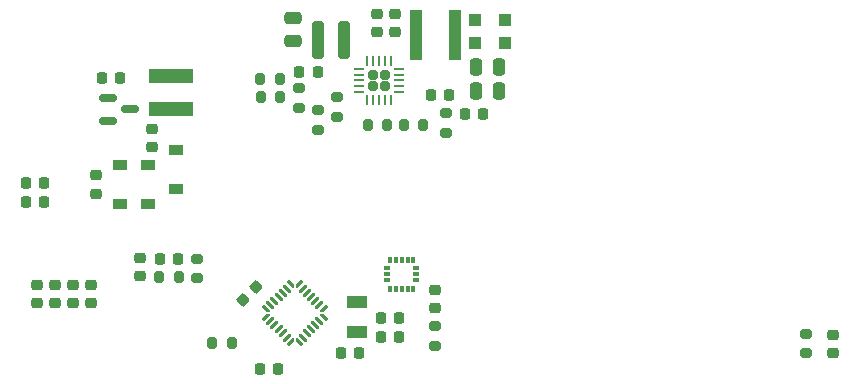
<source format=gbr>
%TF.GenerationSoftware,KiCad,Pcbnew,(6.0.2)*%
%TF.CreationDate,2022-04-10T10:34:04-06:00*%
%TF.ProjectId,SolarGPS,536f6c61-7247-4505-932e-6b696361645f,rev?*%
%TF.SameCoordinates,Original*%
%TF.FileFunction,Paste,Bot*%
%TF.FilePolarity,Positive*%
%FSLAX46Y46*%
G04 Gerber Fmt 4.6, Leading zero omitted, Abs format (unit mm)*
G04 Created by KiCad (PCBNEW (6.0.2)) date 2022-04-10 10:34:04*
%MOMM*%
%LPD*%
G01*
G04 APERTURE LIST*
G04 Aperture macros list*
%AMRoundRect*
0 Rectangle with rounded corners*
0 $1 Rounding radius*
0 $2 $3 $4 $5 $6 $7 $8 $9 X,Y pos of 4 corners*
0 Add a 4 corners polygon primitive as box body*
4,1,4,$2,$3,$4,$5,$6,$7,$8,$9,$2,$3,0*
0 Add four circle primitives for the rounded corners*
1,1,$1+$1,$2,$3*
1,1,$1+$1,$4,$5*
1,1,$1+$1,$6,$7*
1,1,$1+$1,$8,$9*
0 Add four rect primitives between the rounded corners*
20,1,$1+$1,$2,$3,$4,$5,0*
20,1,$1+$1,$4,$5,$6,$7,0*
20,1,$1+$1,$6,$7,$8,$9,0*
20,1,$1+$1,$8,$9,$2,$3,0*%
%AMFreePoly0*
4,1,17,0.364320,0.111820,0.377500,0.080000,0.377500,0.053642,0.377501,0.053640,0.369779,0.035000,0.364320,0.021820,0.364318,0.021819,0.230680,-0.111820,0.198860,-0.125000,-0.332500,-0.125000,-0.364320,-0.111820,-0.377500,-0.080000,-0.377500,0.080000,-0.364320,0.111820,-0.332500,0.125000,0.332500,0.125000,0.364320,0.111820,0.364320,0.111820,$1*%
%AMFreePoly1*
4,1,17,0.230680,0.111820,0.364318,-0.021819,0.364320,-0.021820,0.364320,-0.021821,0.377501,-0.053640,0.377500,-0.053642,0.377500,-0.080000,0.364320,-0.111820,0.332500,-0.125000,-0.332500,-0.125000,-0.364320,-0.111820,-0.377500,-0.080000,-0.377500,0.080000,-0.364320,0.111820,-0.332500,0.125000,0.198860,0.125000,0.230680,0.111820,0.230680,0.111820,$1*%
%AMFreePoly2*
4,1,17,0.111820,0.364320,0.125000,0.332500,0.125000,-0.332500,0.111820,-0.364320,0.080000,-0.377500,0.053642,-0.377500,0.053640,-0.377501,0.031140,-0.368181,0.021820,-0.364320,0.021819,-0.364318,-0.111820,-0.230680,-0.125000,-0.198860,-0.125000,0.332500,-0.111820,0.364320,-0.080000,0.377500,0.080000,0.377500,0.111820,0.364320,0.111820,0.364320,$1*%
%AMFreePoly3*
4,1,17,0.111820,0.364320,0.125000,0.332500,0.125000,-0.198858,0.125001,-0.198860,0.115681,-0.221360,0.111820,-0.230680,0.111818,-0.230681,-0.021820,-0.364320,-0.053640,-0.377500,-0.080000,-0.377500,-0.111820,-0.364320,-0.125000,-0.332500,-0.125000,0.332500,-0.111820,0.364320,-0.080000,0.377500,0.080000,0.377500,0.111820,0.364320,0.111820,0.364320,$1*%
%AMFreePoly4*
4,1,17,-0.198858,0.125000,0.332500,0.125000,0.364320,0.111820,0.377500,0.080000,0.377500,-0.080000,0.364320,-0.111820,0.332500,-0.125000,-0.332500,-0.125000,-0.364320,-0.111820,-0.377500,-0.080000,-0.377500,-0.053640,-0.364320,-0.021820,-0.230681,0.111818,-0.230680,0.111820,-0.221360,0.115681,-0.198860,0.125001,-0.198858,0.125000,-0.198858,0.125000,$1*%
%AMFreePoly5*
4,1,17,0.364320,0.111820,0.377500,0.080000,0.377500,-0.080000,0.364320,-0.111820,0.332500,-0.125000,-0.198858,-0.125000,-0.198860,-0.125001,-0.221360,-0.115681,-0.230680,-0.111820,-0.230681,-0.111818,-0.364320,0.021820,-0.377500,0.053640,-0.377500,0.080000,-0.364320,0.111820,-0.332500,0.125000,0.332500,0.125000,0.364320,0.111820,0.364320,0.111820,$1*%
%AMFreePoly6*
4,1,17,-0.021820,0.364320,0.111818,0.230681,0.111820,0.230680,0.111820,0.230679,0.125001,0.198860,0.125000,0.198858,0.125000,-0.332500,0.111820,-0.364320,0.080000,-0.377500,-0.080000,-0.377500,-0.111820,-0.364320,-0.125000,-0.332500,-0.125000,0.332500,-0.111820,0.364320,-0.080000,0.377500,-0.053640,0.377500,-0.021820,0.364320,-0.021820,0.364320,$1*%
%AMFreePoly7*
4,1,17,0.053642,0.377500,0.080000,0.377500,0.111820,0.364320,0.125000,0.332500,0.125000,-0.332500,0.111820,-0.364320,0.080000,-0.377500,-0.080000,-0.377500,-0.111820,-0.364320,-0.125000,-0.332500,-0.125000,0.198860,-0.111820,0.230680,0.021819,0.364318,0.021820,0.364320,0.031140,0.368181,0.053640,0.377501,0.053642,0.377500,0.053642,0.377500,$1*%
G04 Aperture macros list end*
%ADD10RoundRect,0.218750X0.218750X0.256250X-0.218750X0.256250X-0.218750X-0.256250X0.218750X-0.256250X0*%
%ADD11RoundRect,0.218750X0.256250X-0.218750X0.256250X0.218750X-0.256250X0.218750X-0.256250X-0.218750X0*%
%ADD12RoundRect,0.218750X-0.256250X0.218750X-0.256250X-0.218750X0.256250X-0.218750X0.256250X0.218750X0*%
%ADD13RoundRect,0.225000X-0.017678X0.335876X-0.335876X0.017678X0.017678X-0.335876X0.335876X-0.017678X0*%
%ADD14RoundRect,0.225000X0.250000X-0.225000X0.250000X0.225000X-0.250000X0.225000X-0.250000X-0.225000X0*%
%ADD15RoundRect,0.087500X0.087500X-0.187500X0.087500X0.187500X-0.087500X0.187500X-0.087500X-0.187500X0*%
%ADD16RoundRect,0.087500X0.187500X-0.087500X0.187500X0.087500X-0.187500X0.087500X-0.187500X-0.087500X0*%
%ADD17RoundRect,0.200000X-0.275000X0.200000X-0.275000X-0.200000X0.275000X-0.200000X0.275000X0.200000X0*%
%ADD18RoundRect,0.200000X-0.200000X-0.275000X0.200000X-0.275000X0.200000X0.275000X-0.200000X0.275000X0*%
%ADD19RoundRect,0.225000X-0.225000X-0.250000X0.225000X-0.250000X0.225000X0.250000X-0.225000X0.250000X0*%
%ADD20RoundRect,0.202500X0.202500X0.202500X-0.202500X0.202500X-0.202500X-0.202500X0.202500X-0.202500X0*%
%ADD21RoundRect,0.062500X0.375000X0.062500X-0.375000X0.062500X-0.375000X-0.062500X0.375000X-0.062500X0*%
%ADD22RoundRect,0.062500X0.062500X0.375000X-0.062500X0.375000X-0.062500X-0.375000X0.062500X-0.375000X0*%
%ADD23RoundRect,0.225000X-0.250000X0.225000X-0.250000X-0.225000X0.250000X-0.225000X0.250000X0.225000X0*%
%ADD24RoundRect,0.225000X0.225000X0.250000X-0.225000X0.250000X-0.225000X-0.250000X0.225000X-0.250000X0*%
%ADD25RoundRect,0.200000X0.275000X-0.200000X0.275000X0.200000X-0.275000X0.200000X-0.275000X-0.200000X0*%
%ADD26RoundRect,0.200000X0.200000X0.275000X-0.200000X0.275000X-0.200000X-0.275000X0.200000X-0.275000X0*%
%ADD27RoundRect,0.250000X0.250000X0.475000X-0.250000X0.475000X-0.250000X-0.475000X0.250000X-0.475000X0*%
%ADD28RoundRect,0.250000X-0.475000X0.250000X-0.475000X-0.250000X0.475000X-0.250000X0.475000X0.250000X0*%
%ADD29R,1.000000X1.000000*%
%ADD30R,1.000000X4.300000*%
%ADD31FreePoly0,135.000000*%
%ADD32RoundRect,0.062500X0.309359X-0.220971X-0.220971X0.309359X-0.309359X0.220971X0.220971X-0.309359X0*%
%ADD33FreePoly1,135.000000*%
%ADD34FreePoly2,135.000000*%
%ADD35RoundRect,0.062500X0.309359X0.220971X0.220971X0.309359X-0.309359X-0.220971X-0.220971X-0.309359X0*%
%ADD36FreePoly3,135.000000*%
%ADD37FreePoly4,135.000000*%
%ADD38FreePoly5,135.000000*%
%ADD39FreePoly6,135.000000*%
%ADD40FreePoly7,135.000000*%
%ADD41R,1.200000X0.900000*%
%ADD42R,3.700000X1.200000*%
%ADD43RoundRect,0.150000X-0.587500X-0.150000X0.587500X-0.150000X0.587500X0.150000X-0.587500X0.150000X0*%
%ADD44RoundRect,0.250000X0.250000X1.350000X-0.250000X1.350000X-0.250000X-1.350000X0.250000X-1.350000X0*%
%ADD45R,1.800000X1.000000*%
G04 APERTURE END LIST*
D10*
%TO.C,R3*%
X64237500Y-56350000D03*
X62662500Y-56350000D03*
%TD*%
D11*
%TO.C,C5*%
X124550000Y-79637500D03*
X124550000Y-78062500D03*
%TD*%
D10*
%TO.C,C9*%
X57787500Y-65250000D03*
X56212500Y-65250000D03*
%TD*%
D12*
%TO.C,C20*%
X65925000Y-71550000D03*
X65925000Y-73125000D03*
%TD*%
D13*
%TO.C,C25*%
X75698008Y-74001992D03*
X74601992Y-75098008D03*
%TD*%
D14*
%TO.C,C26*%
X90850000Y-75850000D03*
X90850000Y-74300000D03*
%TD*%
D15*
%TO.C,U6*%
X89050000Y-74175000D03*
X88550000Y-74175000D03*
X88050000Y-74175000D03*
X87550000Y-74175000D03*
X87050000Y-74175000D03*
D16*
X86825000Y-73450000D03*
X86825000Y-72950000D03*
X86825000Y-72450000D03*
D15*
X87050000Y-71725000D03*
X87550000Y-71725000D03*
X88050000Y-71725000D03*
X88550000Y-71725000D03*
X89050000Y-71725000D03*
D16*
X89275000Y-72450000D03*
X89275000Y-72950000D03*
X89275000Y-73450000D03*
%TD*%
D17*
%TO.C,R7*%
X122250000Y-77975000D03*
X122250000Y-79625000D03*
%TD*%
D18*
%TO.C,ROUT2*%
X76075000Y-56400000D03*
X77725000Y-56400000D03*
%TD*%
D19*
%TO.C,C10*%
X86275000Y-78250000D03*
X87825000Y-78250000D03*
%TD*%
D20*
%TO.C,U3*%
X86650000Y-57050000D03*
X85650000Y-57050000D03*
X85650000Y-56050000D03*
X86650000Y-56050000D03*
D21*
X87837500Y-55550000D03*
X87837500Y-56050000D03*
X87837500Y-56550000D03*
X87837500Y-57050000D03*
X87837500Y-57550000D03*
D22*
X87150000Y-58237500D03*
X86650000Y-58237500D03*
X86150000Y-58237500D03*
X85650000Y-58237500D03*
X85150000Y-58237500D03*
D21*
X84462500Y-57550000D03*
X84462500Y-57050000D03*
X84462500Y-56550000D03*
X84462500Y-56050000D03*
X84462500Y-55550000D03*
D22*
X85150000Y-54862500D03*
X85650000Y-54862500D03*
X86150000Y-54862500D03*
X86650000Y-54862500D03*
X87150000Y-54862500D03*
%TD*%
D23*
%TO.C,C27*%
X87500000Y-50925000D03*
X87500000Y-52475000D03*
%TD*%
D17*
%TO.C,ROK1*%
X80950000Y-59075000D03*
X80950000Y-60725000D03*
%TD*%
D24*
%TO.C,C14*%
X94975000Y-59350000D03*
X93425000Y-59350000D03*
%TD*%
D14*
%TO.C,C21*%
X58700000Y-75425000D03*
X58700000Y-73875000D03*
%TD*%
D25*
%TO.C,R12*%
X70700000Y-73275000D03*
X70700000Y-71625000D03*
%TD*%
D26*
%TO.C,ROV1*%
X86825000Y-60350000D03*
X85175000Y-60350000D03*
%TD*%
D27*
%TO.C,C12*%
X96250000Y-55400000D03*
X94350000Y-55400000D03*
%TD*%
D19*
%TO.C,C13*%
X67575000Y-71625000D03*
X69125000Y-71625000D03*
%TD*%
D24*
%TO.C,C17*%
X92075000Y-57800000D03*
X90525000Y-57800000D03*
%TD*%
D23*
%TO.C,C3*%
X57150000Y-73875000D03*
X57150000Y-75425000D03*
%TD*%
%TO.C,C22*%
X66950000Y-60675000D03*
X66950000Y-62225000D03*
%TD*%
D28*
%TO.C,C19*%
X78850000Y-51300000D03*
X78850000Y-53200000D03*
%TD*%
D29*
%TO.C,D1*%
X94300000Y-53400000D03*
X96800000Y-53400000D03*
%TD*%
D30*
%TO.C,L2*%
X92575000Y-52700000D03*
X89275000Y-52700000D03*
%TD*%
D31*
%TO.C,U1*%
X81473106Y-76601786D03*
D32*
X81077126Y-76912913D03*
X80723573Y-77266466D03*
X80370019Y-77620019D03*
X80016466Y-77973573D03*
X79662913Y-78327126D03*
D33*
X79351786Y-78723106D03*
D34*
X78648214Y-78723106D03*
D35*
X78337087Y-78327126D03*
X77983534Y-77973573D03*
X77629981Y-77620019D03*
X77276427Y-77266466D03*
X76922874Y-76912913D03*
D36*
X76526894Y-76601786D03*
D37*
X76526894Y-75898214D03*
D32*
X76922874Y-75587087D03*
X77276427Y-75233534D03*
X77629981Y-74879981D03*
X77983534Y-74526427D03*
X78337087Y-74172874D03*
D38*
X78648214Y-73776894D03*
D39*
X79351786Y-73776894D03*
D35*
X79662913Y-74172874D03*
X80016466Y-74526427D03*
X80370019Y-74879981D03*
X80723573Y-75233534D03*
X81077126Y-75587087D03*
D40*
X81473106Y-75898214D03*
%TD*%
D23*
%TO.C,C2*%
X60200000Y-73875000D03*
X60200000Y-75425000D03*
%TD*%
D25*
%TO.C,R4*%
X91800000Y-60975000D03*
X91800000Y-59325000D03*
%TD*%
D41*
%TO.C,D5*%
X64175000Y-63725000D03*
X64175000Y-67025000D03*
%TD*%
D26*
%TO.C,ROV2*%
X89875000Y-60350000D03*
X88225000Y-60350000D03*
%TD*%
D18*
%TO.C,ROK3*%
X76125000Y-57950000D03*
X77775000Y-57950000D03*
%TD*%
D24*
%TO.C,C16*%
X57775000Y-66800000D03*
X56225000Y-66800000D03*
%TD*%
D29*
%TO.C,D3*%
X94300000Y-51400000D03*
X96800000Y-51400000D03*
%TD*%
D41*
%TO.C,D4*%
X68925000Y-65775000D03*
X68925000Y-62475000D03*
%TD*%
D19*
%TO.C,C18*%
X76025000Y-81000000D03*
X77575000Y-81000000D03*
%TD*%
D23*
%TO.C,C6*%
X61775000Y-73875000D03*
X61775000Y-75425000D03*
%TD*%
D19*
%TO.C,C23*%
X79375000Y-55800000D03*
X80925000Y-55800000D03*
%TD*%
%TO.C,C11*%
X82875000Y-79600000D03*
X84425000Y-79600000D03*
%TD*%
D17*
%TO.C,ROK2*%
X82550000Y-57975000D03*
X82550000Y-59625000D03*
%TD*%
D18*
%TO.C,R2*%
X72000000Y-78750000D03*
X73650000Y-78750000D03*
%TD*%
D19*
%TO.C,C4*%
X86275000Y-76700000D03*
X87825000Y-76700000D03*
%TD*%
D18*
%TO.C,R13*%
X67525000Y-73175000D03*
X69175000Y-73175000D03*
%TD*%
D27*
%TO.C,C24*%
X96250000Y-57450000D03*
X94350000Y-57450000D03*
%TD*%
D17*
%TO.C,R1*%
X90850000Y-77375000D03*
X90850000Y-79025000D03*
%TD*%
D41*
%TO.C,D6*%
X66550000Y-67050000D03*
X66550000Y-63750000D03*
%TD*%
D42*
%TO.C,L1*%
X68500000Y-56200000D03*
X68500000Y-59000000D03*
%TD*%
D43*
%TO.C,Q1*%
X63212500Y-59950000D03*
X63212500Y-58050000D03*
X65087500Y-59000000D03*
%TD*%
D23*
%TO.C,C7*%
X85950000Y-50925000D03*
X85950000Y-52475000D03*
%TD*%
D44*
%TO.C,L3*%
X83150000Y-53150000D03*
X80950000Y-53150000D03*
%TD*%
D45*
%TO.C,Y1*%
X84300000Y-77850000D03*
X84300000Y-75350000D03*
%TD*%
D17*
%TO.C,ROUT1*%
X79350000Y-57225000D03*
X79350000Y-58875000D03*
%TD*%
D23*
%TO.C,C15*%
X62150000Y-64575000D03*
X62150000Y-66125000D03*
%TD*%
M02*

</source>
